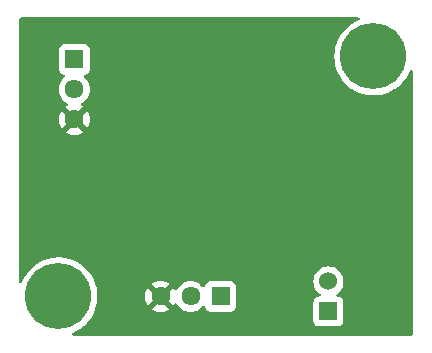
<source format=gbr>
%TF.GenerationSoftware,KiCad,Pcbnew,(6.0.8)*%
%TF.CreationDate,2023-06-05T07:52:39+02:00*%
%TF.ProjectId,SCS_dongle,5343535f-646f-46e6-976c-652e6b696361,rev?*%
%TF.SameCoordinates,Original*%
%TF.FileFunction,Copper,L2,Bot*%
%TF.FilePolarity,Positive*%
%FSLAX46Y46*%
G04 Gerber Fmt 4.6, Leading zero omitted, Abs format (unit mm)*
G04 Created by KiCad (PCBNEW (6.0.8)) date 2023-06-05 07:52:39*
%MOMM*%
%LPD*%
G01*
G04 APERTURE LIST*
%TA.AperFunction,ComponentPad*%
%ADD10C,5.600000*%
%TD*%
%TA.AperFunction,ComponentPad*%
%ADD11R,1.610000X1.610000*%
%TD*%
%TA.AperFunction,ComponentPad*%
%ADD12C,1.610000*%
%TD*%
%TA.AperFunction,ComponentPad*%
%ADD13R,1.530000X1.530000*%
%TD*%
%TA.AperFunction,ComponentPad*%
%ADD14C,1.530000*%
%TD*%
G04 APERTURE END LIST*
D10*
%TO.P,,1*%
%TO.N,N/C*%
X172720000Y-74930000D03*
%TD*%
D11*
%TO.P,J2,1,1*%
%TO.N,/Sensor Input*%
X147395000Y-75175000D03*
D12*
%TO.P,J2,2,2*%
%TO.N,+5V*%
X147395000Y-77715000D03*
%TO.P,J2,3,3*%
%TO.N,GND*%
X147395000Y-80255000D03*
%TD*%
D10*
%TO.P,,1*%
%TO.N,N/C*%
X146050000Y-95250000D03*
%TD*%
D11*
%TO.P,J1,1,1*%
%TO.N,/Sensor Input*%
X159775000Y-95250000D03*
D12*
%TO.P,J1,2,2*%
%TO.N,+5V*%
X157235000Y-95250000D03*
%TO.P,J1,3,3*%
%TO.N,GND*%
X154695000Y-95250000D03*
%TD*%
D13*
%TO.P,J3,1,1*%
%TO.N,/HS IN*%
X168910000Y-96520000D03*
D14*
%TO.P,J3,2,2*%
%TO.N,/HS OUT*%
X168910000Y-93980000D03*
%TD*%
%TA.AperFunction,Conductor*%
%TO.N,GND*%
G36*
X171509543Y-71640502D02*
G01*
X171556036Y-71694158D01*
X171566140Y-71764432D01*
X171536646Y-71829012D01*
X171494072Y-71860972D01*
X171178430Y-72006152D01*
X171175496Y-72007908D01*
X171175494Y-72007909D01*
X171169409Y-72011551D01*
X170871673Y-72189742D01*
X170586538Y-72405388D01*
X170326360Y-72650567D01*
X170094183Y-72922411D01*
X170092264Y-72925224D01*
X170092261Y-72925228D01*
X170087922Y-72931590D01*
X169892723Y-73217740D01*
X169891116Y-73220750D01*
X169891114Y-73220753D01*
X169885839Y-73230632D01*
X169724337Y-73533100D01*
X169723064Y-73536268D01*
X169723063Y-73536269D01*
X169626205Y-73777213D01*
X169590995Y-73864800D01*
X169590076Y-73868068D01*
X169590074Y-73868075D01*
X169495176Y-74205683D01*
X169494255Y-74208961D01*
X169493693Y-74212318D01*
X169493693Y-74212319D01*
X169475235Y-74322623D01*
X169435251Y-74561556D01*
X169414672Y-74918462D01*
X169432759Y-75275503D01*
X169433296Y-75278858D01*
X169433297Y-75278864D01*
X169472403Y-75523013D01*
X169489300Y-75628502D01*
X169583635Y-75973330D01*
X169714658Y-76305953D01*
X169716241Y-76308968D01*
X169879255Y-76619464D01*
X169879260Y-76619472D01*
X169880839Y-76622480D01*
X170080232Y-76919208D01*
X170310505Y-77192666D01*
X170568965Y-77439656D01*
X170852587Y-77657287D01*
X170855498Y-77659057D01*
X170855504Y-77659061D01*
X170938503Y-77709525D01*
X171158055Y-77843015D01*
X171481795Y-77994665D01*
X171485013Y-77995767D01*
X171485016Y-77995768D01*
X171816796Y-78109362D01*
X171816804Y-78109364D01*
X171820019Y-78110465D01*
X172168771Y-78189060D01*
X172217869Y-78194654D01*
X172520589Y-78229145D01*
X172520597Y-78229145D01*
X172523972Y-78229530D01*
X172527376Y-78229548D01*
X172527379Y-78229548D01*
X172721890Y-78230566D01*
X172881465Y-78231402D01*
X172884851Y-78231052D01*
X172884853Y-78231052D01*
X173233678Y-78195005D01*
X173233687Y-78195004D01*
X173237070Y-78194654D01*
X173240403Y-78193940D01*
X173240406Y-78193939D01*
X173383728Y-78163213D01*
X173586626Y-78119715D01*
X173926045Y-78007463D01*
X174251355Y-77859211D01*
X174494235Y-77715000D01*
X174555806Y-77678442D01*
X174555811Y-77678439D01*
X174558751Y-77676693D01*
X174584598Y-77657287D01*
X174803518Y-77492916D01*
X174844637Y-77462043D01*
X175105669Y-77217774D01*
X175338793Y-76946742D01*
X175392404Y-76868738D01*
X175539352Y-76654927D01*
X175539357Y-76654920D01*
X175541282Y-76652118D01*
X175542894Y-76649124D01*
X175542899Y-76649116D01*
X175709146Y-76340361D01*
X175710768Y-76337349D01*
X175786757Y-76150211D01*
X175830919Y-76094620D01*
X175898124Y-76071730D01*
X175967036Y-76088807D01*
X176015776Y-76140430D01*
X176029500Y-76197615D01*
X176029500Y-98433500D01*
X176009498Y-98501621D01*
X175955842Y-98548114D01*
X175903500Y-98559500D01*
X147327207Y-98559500D01*
X147259086Y-98539498D01*
X147212593Y-98485842D01*
X147202489Y-98415568D01*
X147231983Y-98350988D01*
X147274956Y-98318845D01*
X147578243Y-98180629D01*
X147581355Y-98179211D01*
X147676442Y-98122752D01*
X147885806Y-97998442D01*
X147885811Y-97998439D01*
X147888751Y-97996693D01*
X147914598Y-97977287D01*
X147986778Y-97923092D01*
X148174637Y-97782043D01*
X148435669Y-97537774D01*
X148668793Y-97266742D01*
X148689663Y-97236376D01*
X148869352Y-96974927D01*
X148869357Y-96974920D01*
X148871282Y-96972118D01*
X148872894Y-96969124D01*
X148872899Y-96969116D01*
X149039146Y-96660361D01*
X149040768Y-96657349D01*
X149169772Y-96339652D01*
X153969902Y-96339652D01*
X153979198Y-96351667D01*
X154031487Y-96388280D01*
X154040977Y-96393759D01*
X154239230Y-96486206D01*
X154249522Y-96489952D01*
X154460814Y-96546567D01*
X154471609Y-96548470D01*
X154689525Y-96567536D01*
X154700475Y-96567536D01*
X154918391Y-96548470D01*
X154929186Y-96546567D01*
X155140478Y-96489952D01*
X155150770Y-96486206D01*
X155349023Y-96393759D01*
X155358513Y-96388280D01*
X155411640Y-96351080D01*
X155420014Y-96340604D01*
X155412948Y-96327159D01*
X154707811Y-95622021D01*
X154693868Y-95614408D01*
X154692034Y-95614539D01*
X154685420Y-95618790D01*
X153976329Y-96327882D01*
X153969902Y-96339652D01*
X149169772Y-96339652D01*
X149175268Y-96326116D01*
X149181282Y-96305006D01*
X149272274Y-95985573D01*
X149273208Y-95982295D01*
X149301628Y-95816032D01*
X149332871Y-95633254D01*
X149332871Y-95633252D01*
X149333443Y-95629907D01*
X149333926Y-95622021D01*
X149355157Y-95274873D01*
X149355267Y-95273075D01*
X149355329Y-95255475D01*
X153377464Y-95255475D01*
X153396530Y-95473391D01*
X153398433Y-95484186D01*
X153455048Y-95695478D01*
X153458794Y-95705770D01*
X153551240Y-95904020D01*
X153556723Y-95913515D01*
X153593920Y-95966638D01*
X153604397Y-95975013D01*
X153617843Y-95967946D01*
X154322979Y-95262811D01*
X154329356Y-95251132D01*
X155059408Y-95251132D01*
X155059539Y-95252966D01*
X155063790Y-95259580D01*
X155772881Y-95968670D01*
X155784651Y-95975097D01*
X155796665Y-95965803D01*
X155833277Y-95913515D01*
X155838760Y-95904019D01*
X155854942Y-95869317D01*
X155901860Y-95816032D01*
X155970137Y-95796571D01*
X156038097Y-95817113D01*
X156083331Y-95869316D01*
X156097756Y-95900250D01*
X156097760Y-95900256D01*
X156100085Y-95905243D01*
X156103241Y-95909750D01*
X156103242Y-95909752D01*
X156156333Y-95985573D01*
X156231109Y-96092365D01*
X156392635Y-96253891D01*
X156397143Y-96257048D01*
X156397146Y-96257050D01*
X156475076Y-96311617D01*
X156579756Y-96384915D01*
X156584738Y-96387238D01*
X156584743Y-96387241D01*
X156717922Y-96449343D01*
X156786787Y-96481455D01*
X156792095Y-96482877D01*
X156792097Y-96482878D01*
X156860479Y-96501201D01*
X157007436Y-96540578D01*
X157235000Y-96560487D01*
X157462564Y-96540578D01*
X157609521Y-96501201D01*
X157677903Y-96482878D01*
X157677905Y-96482877D01*
X157683213Y-96481455D01*
X157752078Y-96449343D01*
X157885257Y-96387241D01*
X157885262Y-96387238D01*
X157890244Y-96384915D01*
X157994924Y-96311617D01*
X158072854Y-96257050D01*
X158072857Y-96257048D01*
X158077365Y-96253891D01*
X158238891Y-96092365D01*
X158242050Y-96087854D01*
X158242055Y-96087848D01*
X158245318Y-96083188D01*
X158300777Y-96038862D01*
X158371397Y-96031557D01*
X158434755Y-96063591D01*
X158470737Y-96124794D01*
X158473789Y-96141857D01*
X158476149Y-96163580D01*
X158526474Y-96297824D01*
X158531854Y-96305003D01*
X158531856Y-96305006D01*
X158598374Y-96393759D01*
X158612454Y-96412546D01*
X158619635Y-96417928D01*
X158719994Y-96493144D01*
X158719997Y-96493146D01*
X158727176Y-96498526D01*
X158777694Y-96517464D01*
X158854025Y-96546079D01*
X158854027Y-96546079D01*
X158861420Y-96548851D01*
X158869270Y-96549704D01*
X158869271Y-96549704D01*
X158919217Y-96555130D01*
X158922623Y-96555500D01*
X159774875Y-96555500D01*
X160627376Y-96555499D01*
X160630770Y-96555130D01*
X160630776Y-96555130D01*
X160680722Y-96549705D01*
X160680726Y-96549704D01*
X160688580Y-96548851D01*
X160822824Y-96498526D01*
X160830003Y-96493146D01*
X160830006Y-96493144D01*
X160930365Y-96417928D01*
X160937546Y-96412546D01*
X160951626Y-96393759D01*
X161018144Y-96305006D01*
X161018146Y-96305003D01*
X161023526Y-96297824D01*
X161073851Y-96163580D01*
X161080500Y-96102377D01*
X161080499Y-94397624D01*
X161073851Y-94336420D01*
X161023526Y-94202176D01*
X161018146Y-94194997D01*
X161018144Y-94194994D01*
X160942928Y-94094635D01*
X160937546Y-94087454D01*
X160860279Y-94029545D01*
X160830006Y-94006856D01*
X160830003Y-94006854D01*
X160822824Y-94001474D01*
X160765541Y-93980000D01*
X167639666Y-93980000D01*
X167658965Y-94200591D01*
X167660388Y-94205901D01*
X167660388Y-94205902D01*
X167714443Y-94407635D01*
X167716277Y-94414480D01*
X167809858Y-94615167D01*
X167813007Y-94619665D01*
X167813011Y-94619671D01*
X167871660Y-94703429D01*
X167936868Y-94796555D01*
X168093445Y-94953132D01*
X168196493Y-95025287D01*
X168196494Y-95025288D01*
X168240822Y-95080745D01*
X168248131Y-95151365D01*
X168216100Y-95214725D01*
X168154899Y-95250710D01*
X168124223Y-95254501D01*
X168097624Y-95254501D01*
X168094230Y-95254870D01*
X168094224Y-95254870D01*
X168044278Y-95260295D01*
X168044274Y-95260296D01*
X168036420Y-95261149D01*
X167902176Y-95311474D01*
X167894997Y-95316854D01*
X167894994Y-95316856D01*
X167794635Y-95392072D01*
X167787454Y-95397454D01*
X167782072Y-95404635D01*
X167706856Y-95504994D01*
X167706854Y-95504997D01*
X167701474Y-95512176D01*
X167698324Y-95520580D01*
X167656085Y-95633254D01*
X167651149Y-95646420D01*
X167644500Y-95707623D01*
X167644501Y-97332376D01*
X167651149Y-97393580D01*
X167701474Y-97527824D01*
X167706854Y-97535003D01*
X167706856Y-97535006D01*
X167708931Y-97537774D01*
X167787454Y-97642546D01*
X167794635Y-97647928D01*
X167894994Y-97723144D01*
X167894997Y-97723146D01*
X167902176Y-97728526D01*
X167978940Y-97757303D01*
X168029025Y-97776079D01*
X168029027Y-97776079D01*
X168036420Y-97778851D01*
X168044270Y-97779704D01*
X168044271Y-97779704D01*
X168094217Y-97785130D01*
X168097623Y-97785500D01*
X168909881Y-97785500D01*
X169722376Y-97785499D01*
X169725770Y-97785130D01*
X169725776Y-97785130D01*
X169775722Y-97779705D01*
X169775726Y-97779704D01*
X169783580Y-97778851D01*
X169917824Y-97728526D01*
X169925003Y-97723146D01*
X169925006Y-97723144D01*
X170025365Y-97647928D01*
X170032546Y-97642546D01*
X170111069Y-97537774D01*
X170113144Y-97535006D01*
X170113146Y-97535003D01*
X170118526Y-97527824D01*
X170168851Y-97393580D01*
X170175500Y-97332377D01*
X170175499Y-95707624D01*
X170168851Y-95646420D01*
X170118526Y-95512176D01*
X170113146Y-95504997D01*
X170113144Y-95504994D01*
X170037928Y-95404635D01*
X170032546Y-95397454D01*
X170025365Y-95392072D01*
X169925006Y-95316856D01*
X169925003Y-95316854D01*
X169917824Y-95311474D01*
X169810578Y-95271270D01*
X169790975Y-95263921D01*
X169790973Y-95263921D01*
X169783580Y-95261149D01*
X169775730Y-95260296D01*
X169775729Y-95260296D01*
X169725774Y-95254869D01*
X169725773Y-95254869D01*
X169722377Y-95254500D01*
X169695779Y-95254500D01*
X169627658Y-95234498D01*
X169581165Y-95180842D01*
X169571061Y-95110568D01*
X169600555Y-95045988D01*
X169623508Y-95025287D01*
X169722044Y-94956291D01*
X169722046Y-94956289D01*
X169726555Y-94953132D01*
X169883132Y-94796555D01*
X169948340Y-94703429D01*
X170006989Y-94619671D01*
X170006993Y-94619665D01*
X170010142Y-94615167D01*
X170103723Y-94414480D01*
X170105558Y-94407635D01*
X170159612Y-94205902D01*
X170159612Y-94205901D01*
X170161035Y-94200591D01*
X170180334Y-93980000D01*
X170161035Y-93759409D01*
X170103723Y-93545520D01*
X170010142Y-93344833D01*
X170006993Y-93340335D01*
X170006989Y-93340329D01*
X169886291Y-93167956D01*
X169886289Y-93167954D01*
X169883132Y-93163445D01*
X169726555Y-93006868D01*
X169722044Y-93003709D01*
X169549671Y-92883011D01*
X169549665Y-92883007D01*
X169545167Y-92879858D01*
X169344480Y-92786277D01*
X169339176Y-92784856D01*
X169339171Y-92784854D01*
X169135902Y-92730388D01*
X169135901Y-92730388D01*
X169130591Y-92728965D01*
X168910000Y-92709666D01*
X168689409Y-92728965D01*
X168684099Y-92730388D01*
X168684098Y-92730388D01*
X168480829Y-92784854D01*
X168480824Y-92784856D01*
X168475520Y-92786277D01*
X168274833Y-92879858D01*
X168270335Y-92883007D01*
X168270329Y-92883011D01*
X168097956Y-93003709D01*
X168093445Y-93006868D01*
X167936868Y-93163445D01*
X167933711Y-93167954D01*
X167933709Y-93167956D01*
X167813011Y-93340329D01*
X167813007Y-93340335D01*
X167809858Y-93344833D01*
X167716277Y-93545520D01*
X167658965Y-93759409D01*
X167639666Y-93980000D01*
X160765541Y-93980000D01*
X160709371Y-93958943D01*
X160695975Y-93953921D01*
X160695973Y-93953921D01*
X160688580Y-93951149D01*
X160680730Y-93950296D01*
X160680729Y-93950296D01*
X160630774Y-93944869D01*
X160630773Y-93944869D01*
X160627377Y-93944500D01*
X159775125Y-93944500D01*
X158922624Y-93944501D01*
X158919230Y-93944870D01*
X158919224Y-93944870D01*
X158869278Y-93950295D01*
X158869274Y-93950296D01*
X158861420Y-93951149D01*
X158727176Y-94001474D01*
X158719997Y-94006854D01*
X158719994Y-94006856D01*
X158689721Y-94029545D01*
X158612454Y-94087454D01*
X158607072Y-94094635D01*
X158531856Y-94194994D01*
X158531854Y-94194997D01*
X158526474Y-94202176D01*
X158476149Y-94336420D01*
X158475296Y-94344269D01*
X158475296Y-94344270D01*
X158473789Y-94358144D01*
X158446547Y-94423706D01*
X158388184Y-94464132D01*
X158317230Y-94466587D01*
X158256212Y-94430292D01*
X158245311Y-94416804D01*
X158243684Y-94414480D01*
X158238891Y-94407635D01*
X158077365Y-94246109D01*
X158072857Y-94242952D01*
X158072854Y-94242950D01*
X157937727Y-94148333D01*
X157890244Y-94115085D01*
X157885262Y-94112762D01*
X157885257Y-94112759D01*
X157688195Y-94020868D01*
X157688194Y-94020867D01*
X157683213Y-94018545D01*
X157677905Y-94017123D01*
X157677903Y-94017122D01*
X157607748Y-93998324D01*
X157462564Y-93959422D01*
X157235000Y-93939513D01*
X157007436Y-93959422D01*
X156862252Y-93998324D01*
X156792097Y-94017122D01*
X156792095Y-94017123D01*
X156786787Y-94018545D01*
X156781806Y-94020867D01*
X156781805Y-94020868D01*
X156584744Y-94112759D01*
X156584739Y-94112762D01*
X156579757Y-94115085D01*
X156575250Y-94118241D01*
X156575248Y-94118242D01*
X156397146Y-94242950D01*
X156397143Y-94242952D01*
X156392635Y-94246109D01*
X156231109Y-94407635D01*
X156227952Y-94412143D01*
X156227950Y-94412146D01*
X156135907Y-94543598D01*
X156100085Y-94594757D01*
X156097760Y-94599744D01*
X156097756Y-94599750D01*
X156083331Y-94630684D01*
X156036414Y-94683969D01*
X155968136Y-94703429D01*
X155900176Y-94682887D01*
X155854942Y-94630683D01*
X155838760Y-94595981D01*
X155833277Y-94586485D01*
X155796080Y-94533362D01*
X155785603Y-94524987D01*
X155772157Y-94532054D01*
X155067021Y-95237189D01*
X155059408Y-95251132D01*
X154329356Y-95251132D01*
X154330592Y-95248868D01*
X154330461Y-95247034D01*
X154326210Y-95240420D01*
X153617119Y-94531330D01*
X153605349Y-94524903D01*
X153593335Y-94534197D01*
X153556723Y-94586485D01*
X153551240Y-94595980D01*
X153458794Y-94794230D01*
X153455048Y-94804522D01*
X153398433Y-95015814D01*
X153396530Y-95026609D01*
X153377464Y-95244525D01*
X153377464Y-95255475D01*
X149355329Y-95255475D01*
X149355348Y-95250000D01*
X149336015Y-94893025D01*
X149278242Y-94540225D01*
X149182704Y-94195728D01*
X149178356Y-94184800D01*
X149168247Y-94159397D01*
X153969987Y-94159397D01*
X153977054Y-94172843D01*
X154682189Y-94877979D01*
X154696132Y-94885592D01*
X154697966Y-94885461D01*
X154704580Y-94881210D01*
X155413671Y-94172118D01*
X155420098Y-94160348D01*
X155410802Y-94148333D01*
X155358513Y-94111720D01*
X155349023Y-94106241D01*
X155150770Y-94013794D01*
X155140478Y-94010048D01*
X154929186Y-93953433D01*
X154918391Y-93951530D01*
X154700475Y-93932464D01*
X154689525Y-93932464D01*
X154471609Y-93951530D01*
X154460814Y-93953433D01*
X154249522Y-94010048D01*
X154239230Y-94013794D01*
X154040980Y-94106240D01*
X154031485Y-94111723D01*
X153978362Y-94148920D01*
X153969987Y-94159397D01*
X149168247Y-94159397D01*
X149051780Y-93866730D01*
X149051776Y-93866722D01*
X149050520Y-93863565D01*
X149044979Y-93853100D01*
X148884831Y-93550632D01*
X148884829Y-93550629D01*
X148883236Y-93547620D01*
X148682809Y-93251590D01*
X148451582Y-92978937D01*
X148192262Y-92732851D01*
X148189555Y-92730789D01*
X148189547Y-92730782D01*
X148028966Y-92608453D01*
X147907881Y-92516211D01*
X147601767Y-92331551D01*
X147587058Y-92324723D01*
X147280581Y-92182461D01*
X147280579Y-92182460D01*
X147277500Y-92181031D01*
X147274288Y-92179944D01*
X147274281Y-92179941D01*
X146942110Y-92067508D01*
X146942105Y-92067506D01*
X146938874Y-92066413D01*
X146589849Y-91989036D01*
X146464473Y-91975194D01*
X146237890Y-91950179D01*
X146237885Y-91950179D01*
X146234509Y-91949806D01*
X146231110Y-91949800D01*
X146231109Y-91949800D01*
X146062506Y-91949506D01*
X145877011Y-91949182D01*
X145743770Y-91963421D01*
X145524921Y-91986809D01*
X145524915Y-91986810D01*
X145521537Y-91987171D01*
X145172245Y-92063329D01*
X144833220Y-92176765D01*
X144508430Y-92326152D01*
X144505496Y-92327908D01*
X144505494Y-92327909D01*
X144499409Y-92331551D01*
X144201673Y-92509742D01*
X143916538Y-92725388D01*
X143656360Y-92970567D01*
X143424183Y-93242411D01*
X143422264Y-93245224D01*
X143422261Y-93245228D01*
X143350916Y-93349817D01*
X143222723Y-93537740D01*
X143221116Y-93540750D01*
X143221114Y-93540753D01*
X143215839Y-93550632D01*
X143054337Y-93853100D01*
X143053064Y-93856268D01*
X143053063Y-93856269D01*
X142983407Y-94029545D01*
X142939441Y-94085290D01*
X142872316Y-94108415D01*
X142803344Y-94091578D01*
X142754425Y-94040126D01*
X142740500Y-93982549D01*
X142740500Y-81344652D01*
X146669902Y-81344652D01*
X146679198Y-81356667D01*
X146731487Y-81393280D01*
X146740977Y-81398759D01*
X146939230Y-81491206D01*
X146949522Y-81494952D01*
X147160814Y-81551567D01*
X147171609Y-81553470D01*
X147389525Y-81572536D01*
X147400475Y-81572536D01*
X147618391Y-81553470D01*
X147629186Y-81551567D01*
X147840478Y-81494952D01*
X147850770Y-81491206D01*
X148049023Y-81398759D01*
X148058513Y-81393280D01*
X148111640Y-81356080D01*
X148120014Y-81345604D01*
X148112948Y-81332159D01*
X147407811Y-80627021D01*
X147393868Y-80619408D01*
X147392034Y-80619539D01*
X147385420Y-80623790D01*
X146676329Y-81332882D01*
X146669902Y-81344652D01*
X142740500Y-81344652D01*
X142740500Y-80260475D01*
X146077464Y-80260475D01*
X146096530Y-80478391D01*
X146098433Y-80489186D01*
X146155048Y-80700478D01*
X146158794Y-80710770D01*
X146251240Y-80909020D01*
X146256723Y-80918515D01*
X146293920Y-80971638D01*
X146304397Y-80980013D01*
X146317843Y-80972946D01*
X147022979Y-80267811D01*
X147029356Y-80256132D01*
X147759408Y-80256132D01*
X147759539Y-80257966D01*
X147763790Y-80264580D01*
X148472881Y-80973670D01*
X148484651Y-80980097D01*
X148496665Y-80970803D01*
X148533277Y-80918515D01*
X148538760Y-80909020D01*
X148631206Y-80710770D01*
X148634952Y-80700478D01*
X148691567Y-80489186D01*
X148693470Y-80478391D01*
X148712536Y-80260475D01*
X148712536Y-80249525D01*
X148693470Y-80031609D01*
X148691567Y-80020814D01*
X148634952Y-79809522D01*
X148631206Y-79799230D01*
X148538760Y-79600980D01*
X148533277Y-79591485D01*
X148496080Y-79538362D01*
X148485603Y-79529987D01*
X148472157Y-79537054D01*
X147767021Y-80242189D01*
X147759408Y-80256132D01*
X147029356Y-80256132D01*
X147030592Y-80253868D01*
X147030461Y-80252034D01*
X147026210Y-80245420D01*
X146317119Y-79536330D01*
X146305349Y-79529903D01*
X146293335Y-79539197D01*
X146256723Y-79591485D01*
X146251240Y-79600980D01*
X146158794Y-79799230D01*
X146155048Y-79809522D01*
X146098433Y-80020814D01*
X146096530Y-80031609D01*
X146077464Y-80249525D01*
X146077464Y-80260475D01*
X142740500Y-80260475D01*
X142740500Y-77715000D01*
X146084513Y-77715000D01*
X146104422Y-77942564D01*
X146163545Y-78163213D01*
X146165867Y-78168194D01*
X146165868Y-78168195D01*
X146257759Y-78365256D01*
X146257762Y-78365261D01*
X146260085Y-78370243D01*
X146391109Y-78557365D01*
X146552635Y-78718891D01*
X146557143Y-78722048D01*
X146557146Y-78722050D01*
X146635076Y-78776617D01*
X146739756Y-78849915D01*
X146744738Y-78852238D01*
X146744743Y-78852241D01*
X146775683Y-78866668D01*
X146828968Y-78913585D01*
X146848429Y-78981862D01*
X146827887Y-79049822D01*
X146775683Y-79095058D01*
X146740981Y-79111240D01*
X146731485Y-79116723D01*
X146678362Y-79153920D01*
X146669987Y-79164397D01*
X146677054Y-79177843D01*
X147382189Y-79882979D01*
X147396132Y-79890592D01*
X147397966Y-79890461D01*
X147404580Y-79886210D01*
X148113671Y-79177118D01*
X148120098Y-79165348D01*
X148110802Y-79153333D01*
X148058513Y-79116720D01*
X148049019Y-79111239D01*
X148014318Y-79095058D01*
X147961032Y-79048141D01*
X147941571Y-78979864D01*
X147962112Y-78911904D01*
X148014317Y-78866668D01*
X148045257Y-78852241D01*
X148045262Y-78852238D01*
X148050244Y-78849915D01*
X148154924Y-78776617D01*
X148232854Y-78722050D01*
X148232857Y-78722048D01*
X148237365Y-78718891D01*
X148398891Y-78557365D01*
X148529915Y-78370243D01*
X148532238Y-78365261D01*
X148532241Y-78365256D01*
X148624132Y-78168195D01*
X148624133Y-78168194D01*
X148626455Y-78163213D01*
X148685578Y-77942564D01*
X148705487Y-77715000D01*
X148685578Y-77487436D01*
X148626455Y-77266787D01*
X148602397Y-77215194D01*
X148532241Y-77064744D01*
X148532238Y-77064739D01*
X148529915Y-77059757D01*
X148452593Y-76949329D01*
X148402050Y-76877146D01*
X148402048Y-76877143D01*
X148398891Y-76872635D01*
X148237365Y-76711109D01*
X148232855Y-76707951D01*
X148232848Y-76707945D01*
X148228188Y-76704682D01*
X148183862Y-76649223D01*
X148176557Y-76578603D01*
X148208591Y-76515245D01*
X148269794Y-76479263D01*
X148286857Y-76476211D01*
X148292389Y-76475610D01*
X148300721Y-76474705D01*
X148300724Y-76474704D01*
X148308580Y-76473851D01*
X148442824Y-76423526D01*
X148450003Y-76418146D01*
X148450006Y-76418144D01*
X148550365Y-76342928D01*
X148557546Y-76337546D01*
X148583598Y-76302785D01*
X148638144Y-76230006D01*
X148638146Y-76230003D01*
X148643526Y-76222824D01*
X148693851Y-76088580D01*
X148700500Y-76027377D01*
X148700499Y-74322624D01*
X148693851Y-74261420D01*
X148643526Y-74127176D01*
X148638146Y-74119997D01*
X148638144Y-74119994D01*
X148562928Y-74019635D01*
X148557546Y-74012454D01*
X148550365Y-74007072D01*
X148450006Y-73931856D01*
X148450003Y-73931854D01*
X148442824Y-73926474D01*
X148353439Y-73892966D01*
X148315975Y-73878921D01*
X148315973Y-73878921D01*
X148308580Y-73876149D01*
X148300730Y-73875296D01*
X148300729Y-73875296D01*
X148250774Y-73869869D01*
X148250773Y-73869869D01*
X148247377Y-73869500D01*
X147395125Y-73869500D01*
X146542624Y-73869501D01*
X146539230Y-73869870D01*
X146539224Y-73869870D01*
X146489278Y-73875295D01*
X146489274Y-73875296D01*
X146481420Y-73876149D01*
X146347176Y-73926474D01*
X146339997Y-73931854D01*
X146339994Y-73931856D01*
X146239635Y-74007072D01*
X146232454Y-74012454D01*
X146227072Y-74019635D01*
X146151856Y-74119994D01*
X146151854Y-74119997D01*
X146146474Y-74127176D01*
X146096149Y-74261420D01*
X146089500Y-74322623D01*
X146089501Y-76027376D01*
X146089870Y-76030770D01*
X146089870Y-76030776D01*
X146094319Y-76071730D01*
X146096149Y-76088580D01*
X146146474Y-76222824D01*
X146151854Y-76230003D01*
X146151856Y-76230006D01*
X146206402Y-76302785D01*
X146232454Y-76337546D01*
X146239635Y-76342928D01*
X146339994Y-76418144D01*
X146339997Y-76418146D01*
X146347176Y-76423526D01*
X146436561Y-76457034D01*
X146474025Y-76471079D01*
X146474027Y-76471079D01*
X146481420Y-76473851D01*
X146489269Y-76474704D01*
X146489270Y-76474704D01*
X146499703Y-76475837D01*
X146503144Y-76476211D01*
X146568706Y-76503453D01*
X146609132Y-76561816D01*
X146611587Y-76632770D01*
X146575292Y-76693788D01*
X146561806Y-76704688D01*
X146552635Y-76711109D01*
X146391109Y-76872635D01*
X146387952Y-76877143D01*
X146387950Y-76877146D01*
X146337407Y-76949329D01*
X146260085Y-77059757D01*
X146257762Y-77064739D01*
X146257759Y-77064744D01*
X146187603Y-77215194D01*
X146163545Y-77266787D01*
X146104422Y-77487436D01*
X146084513Y-77715000D01*
X142740500Y-77715000D01*
X142740500Y-71746500D01*
X142760502Y-71678379D01*
X142814158Y-71631886D01*
X142866500Y-71620500D01*
X171441422Y-71620500D01*
X171509543Y-71640502D01*
G37*
%TD.AperFunction*%
%TD*%
M02*

</source>
